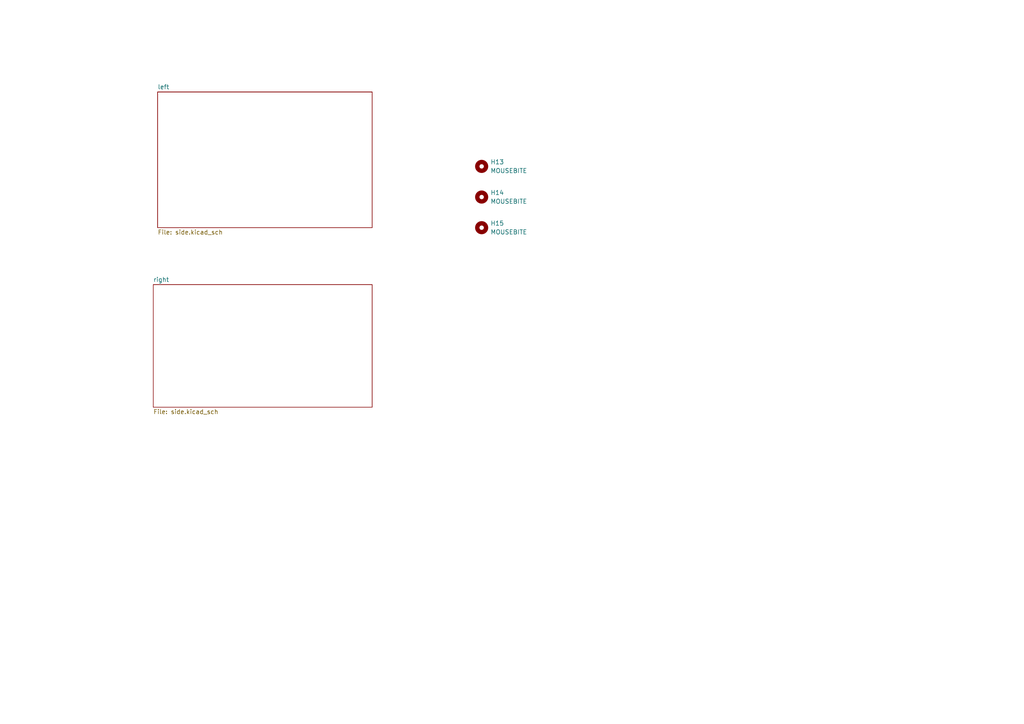
<source format=kicad_sch>
(kicad_sch
	(version 20250114)
	(generator "eeschema")
	(generator_version "9.0")
	(uuid "fa45476d-a154-4a6a-99e7-38bd10eada37")
	(paper "A4")
	(lib_symbols
		(symbol "Mechanical:MountingHole"
			(pin_names
				(offset 1.016)
			)
			(exclude_from_sim no)
			(in_bom no)
			(on_board yes)
			(property "Reference" "H"
				(at 0 5.08 0)
				(effects
					(font
						(size 1.27 1.27)
					)
				)
			)
			(property "Value" "MountingHole"
				(at 0 3.175 0)
				(effects
					(font
						(size 1.27 1.27)
					)
				)
			)
			(property "Footprint" ""
				(at 0 0 0)
				(effects
					(font
						(size 1.27 1.27)
					)
					(hide yes)
				)
			)
			(property "Datasheet" "~"
				(at 0 0 0)
				(effects
					(font
						(size 1.27 1.27)
					)
					(hide yes)
				)
			)
			(property "Description" "Mounting Hole without connection"
				(at 0 0 0)
				(effects
					(font
						(size 1.27 1.27)
					)
					(hide yes)
				)
			)
			(property "ki_keywords" "mounting hole"
				(at 0 0 0)
				(effects
					(font
						(size 1.27 1.27)
					)
					(hide yes)
				)
			)
			(property "ki_fp_filters" "MountingHole*"
				(at 0 0 0)
				(effects
					(font
						(size 1.27 1.27)
					)
					(hide yes)
				)
			)
			(symbol "MountingHole_0_1"
				(circle
					(center 0 0)
					(radius 1.27)
					(stroke
						(width 1.27)
						(type default)
					)
					(fill
						(type none)
					)
				)
			)
			(embedded_fonts no)
		)
	)
	(symbol
		(lib_id "Mechanical:MountingHole")
		(at 139.7 48.26 0)
		(unit 1)
		(exclude_from_sim no)
		(in_bom no)
		(on_board yes)
		(dnp no)
		(fields_autoplaced yes)
		(uuid "a382395f-9848-4e64-acf2-3b7db5a7a029")
		(property "Reference" "H13"
			(at 142.24 46.9899 0)
			(effects
				(font
					(size 1.27 1.27)
				)
				(justify left)
			)
		)
		(property "Value" "MOUSEBITE"
			(at 142.24 49.5299 0)
			(effects
				(font
					(size 1.27 1.27)
				)
				(justify left)
			)
		)
		(property "Footprint" "Panelization:MouseBite-Slot_2.54x5.08mm_on-edge_D0.5mm_P0.85mm_5h_Trace"
			(at 139.7 48.26 0)
			(effects
				(font
					(size 1.27 1.27)
				)
				(hide yes)
			)
		)
		(property "Datasheet" "~"
			(at 139.7 48.26 0)
			(effects
				(font
					(size 1.27 1.27)
				)
				(hide yes)
			)
		)
		(property "Description" "Mounting Hole without connection"
			(at 139.7 48.26 0)
			(effects
				(font
					(size 1.27 1.27)
				)
				(hide yes)
			)
		)
		(instances
			(project ""
				(path "/fa45476d-a154-4a6a-99e7-38bd10eada37"
					(reference "H13")
					(unit 1)
				)
			)
		)
	)
	(symbol
		(lib_id "Mechanical:MountingHole")
		(at 139.7 57.15 0)
		(unit 1)
		(exclude_from_sim no)
		(in_bom no)
		(on_board yes)
		(dnp no)
		(fields_autoplaced yes)
		(uuid "cf9f97d3-7c23-4b6a-932b-8857672e0ca8")
		(property "Reference" "H14"
			(at 142.24 55.8799 0)
			(effects
				(font
					(size 1.27 1.27)
				)
				(justify left)
			)
		)
		(property "Value" "MOUSEBITE"
			(at 142.24 58.4199 0)
			(effects
				(font
					(size 1.27 1.27)
				)
				(justify left)
			)
		)
		(property "Footprint" "Panelization:MouseBite-Slot_2.54x5.08mm_on-edge_D0.5mm_P0.85mm_5h_Trace"
			(at 139.7 57.15 0)
			(effects
				(font
					(size 1.27 1.27)
				)
				(hide yes)
			)
		)
		(property "Datasheet" "~"
			(at 139.7 57.15 0)
			(effects
				(font
					(size 1.27 1.27)
				)
				(hide yes)
			)
		)
		(property "Description" "Mounting Hole without connection"
			(at 139.7 57.15 0)
			(effects
				(font
					(size 1.27 1.27)
				)
				(hide yes)
			)
		)
		(instances
			(project "Split Keyboard"
				(path "/fa45476d-a154-4a6a-99e7-38bd10eada37"
					(reference "H14")
					(unit 1)
				)
			)
		)
	)
	(symbol
		(lib_id "Mechanical:MountingHole")
		(at 139.7 66.04 0)
		(unit 1)
		(exclude_from_sim no)
		(in_bom no)
		(on_board yes)
		(dnp no)
		(fields_autoplaced yes)
		(uuid "e3b16edf-1d35-4665-a931-07b55a7c2b4a")
		(property "Reference" "H15"
			(at 142.24 64.7699 0)
			(effects
				(font
					(size 1.27 1.27)
				)
				(justify left)
			)
		)
		(property "Value" "MOUSEBITE"
			(at 142.24 67.3099 0)
			(effects
				(font
					(size 1.27 1.27)
				)
				(justify left)
			)
		)
		(property "Footprint" "Panelization:MouseBite-Slot_2.54x5.08mm_on-edge_D0.5mm_P0.85mm_5h_Trace"
			(at 139.7 66.04 0)
			(effects
				(font
					(size 1.27 1.27)
				)
				(hide yes)
			)
		)
		(property "Datasheet" "~"
			(at 139.7 66.04 0)
			(effects
				(font
					(size 1.27 1.27)
				)
				(hide yes)
			)
		)
		(property "Description" "Mounting Hole without connection"
			(at 139.7 66.04 0)
			(effects
				(font
					(size 1.27 1.27)
				)
				(hide yes)
			)
		)
		(instances
			(project "Split Keyboard"
				(path "/fa45476d-a154-4a6a-99e7-38bd10eada37"
					(reference "H15")
					(unit 1)
				)
			)
		)
	)
	(sheet
		(at 45.72 26.67)
		(size 62.23 39.37)
		(exclude_from_sim no)
		(in_bom yes)
		(on_board yes)
		(dnp no)
		(fields_autoplaced yes)
		(stroke
			(width 0.1524)
			(type solid)
		)
		(fill
			(color 0 0 0 0.0000)
		)
		(uuid "4e41958f-f778-4c72-b09d-41beaa76b1b6")
		(property "Sheetname" "left"
			(at 45.72 25.9584 0)
			(effects
				(font
					(size 1.27 1.27)
				)
				(justify left bottom)
			)
		)
		(property "Sheetfile" "side.kicad_sch"
			(at 45.72 66.6246 0)
			(effects
				(font
					(size 1.27 1.27)
				)
				(justify left top)
			)
		)
		(instances
			(project "Split Keyboard"
				(path "/fa45476d-a154-4a6a-99e7-38bd10eada37"
					(page "2")
				)
			)
		)
	)
	(sheet
		(at 44.45 82.55)
		(size 63.5 35.56)
		(exclude_from_sim no)
		(in_bom yes)
		(on_board yes)
		(dnp no)
		(fields_autoplaced yes)
		(stroke
			(width 0.1524)
			(type solid)
		)
		(fill
			(color 0 0 0 0.0000)
		)
		(uuid "fb9dff31-2036-4024-ae22-4868d6b38a25")
		(property "Sheetname" "right"
			(at 44.45 81.8384 0)
			(effects
				(font
					(size 1.27 1.27)
				)
				(justify left bottom)
			)
		)
		(property "Sheetfile" "side.kicad_sch"
			(at 44.45 118.6946 0)
			(effects
				(font
					(size 1.27 1.27)
				)
				(justify left top)
			)
		)
		(instances
			(project "Split Keyboard"
				(path "/fa45476d-a154-4a6a-99e7-38bd10eada37"
					(page "3")
				)
			)
		)
	)
	(sheet_instances
		(path "/"
			(page "1")
		)
	)
	(embedded_fonts no)
)

</source>
